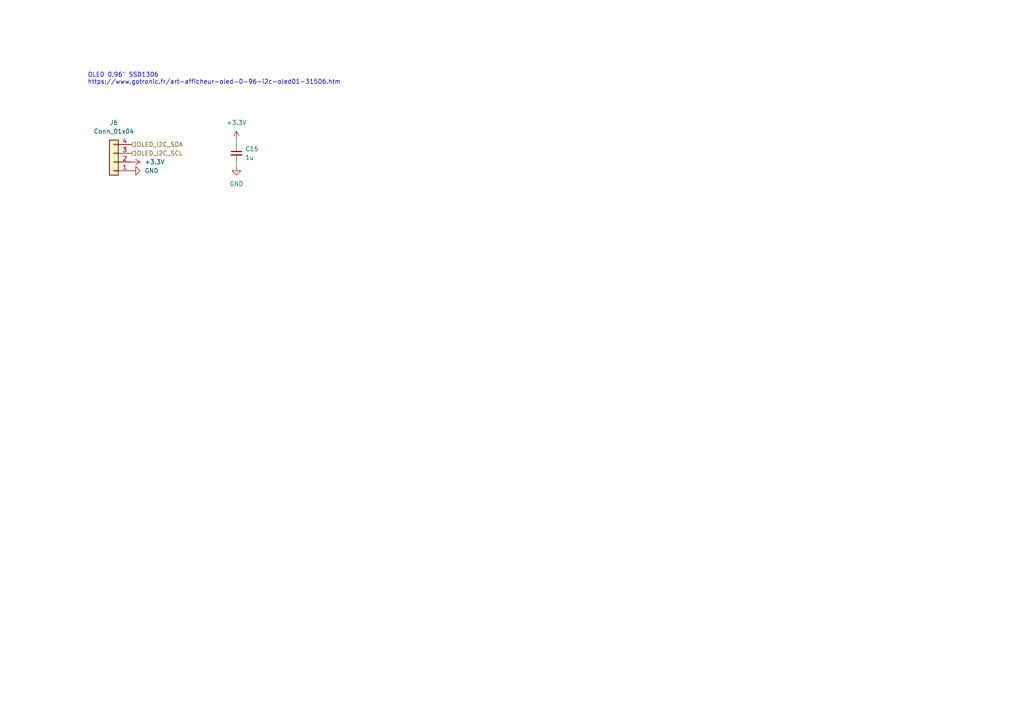
<source format=kicad_sch>
(kicad_sch (version 20231120) (generator "eeschema") (generator_version "8.0")
  (paper "A4")
  (lib_symbols
    (symbol "Connector_Generic:Conn_01x04" (pin_names (offset 1.016) hide)
      (property "Reference" "J" (at 0 5.08 0))
      (property "Value" "Conn_01x04" (at 0 -7.62 0))
      (symbol "Conn_01x04_1_1"
        (rectangle (start -1.27 -4.953) (end 0 -5.207) (stroke (width 0.1524)))
        (rectangle (start -1.27 -2.413) (end 0 -2.667) (stroke (width 0.1524)))
        (rectangle (start -1.27 0.127) (end 0 -0.127) (stroke (width 0.1524)))
        (rectangle (start -1.27 2.667) (end 0 2.413) (stroke (width 0.1524)))
        (rectangle (start -1.27 3.81) (end 1.27 -6.35) (stroke (width 0.254)) (fill (type background)))
        (pin passive line (at -5.08 2.54 0) (length 3.81) (name "Pin_1") (number "1"))
        (pin passive line (at -5.08 0 0) (length 3.81) (name "Pin_2") (number "2"))
        (pin passive line (at -5.08 -2.54 0) (length 3.81) (name "Pin_3") (number "3"))
        (pin passive line (at -5.08 -5.08 0) (length 3.81) (name "Pin_4") (number "4"))
      )
    )
    (symbol "Device:C_Small" (pin_numbers hide) (pin_names (offset 0.254) hide)
      (property "Reference" "C" (at 0.254 1.778 0))
      (property "Value" "C_Small" (at 0.254 -2.032 0))
      (symbol "C_Small_0_1"
        (polyline (pts (xy -1.524 -0.508) (xy 1.524 -0.508)) (stroke (width 0.3302)))
        (polyline (pts (xy -1.524 0.508) (xy 1.524 0.508)) (stroke (width 0.3048)))
      )
      (symbol "C_Small_1_1"
        (pin passive line (at 0 2.54 270) (length 2.032) (name "~") (number "1"))
        (pin passive line (at 0 -2.54 90) (length 2.032) (name "~") (number "2"))
      )
    )
    (symbol "power:+3.3V" (power) (pin_numbers hide) (pin_names (offset 0) hide)
      (property "Value" "+3.3V" (at 0 3.556 0))
      (symbol "+3.3V_0_1"
        (polyline (pts (xy -0.762 1.27) (xy 0 2.54)))
        (polyline (pts (xy 0 0) (xy 0 2.54)))
        (polyline (pts (xy 0 2.54) (xy 0.762 1.27)))
      )
      (symbol "+3.3V_1_1"
        (pin power_in line (at 0 0 90) (length 0) (name "~") (number "1"))
      )
    )
    (symbol "power:GND" (power) (pin_numbers hide) (pin_names (offset 0) hide)
      (property "Value" "GND" (at 0 -3.81 0))
      (symbol "GND_0_1"
        (polyline (pts (xy 0 0) (xy 0 -1.27) (xy 1.27 -1.27) (xy 0 -2.54) (xy -1.27 -1.27) (xy 0 -1.27)))
      )
      (symbol "GND_1_1"
        (pin power_in line (at 0 0 270) (length 0) (name "~") (number "1"))
      )
    )
  )
  (wire (pts (xy 68.58 46.99) (xy 68.58 48.26)))
  (wire (pts (xy 68.58 40.64) (xy 68.58 41.91)))
  (text "OLED 0.96\" SSD1306\nhttps://www.gotronic.fr/art-afficheur-oled-0-96-i2c-oled01-31506.htm" (at 25.4 22.86 0) (effects (font (size 1.27 1.27)) (justify left)))
  (hierarchical_label "OLED_I2C_SDA" (shape input) (at 38.1 41.91 0))
  (hierarchical_label "OLED_I2C_SCL" (shape input) (at 38.1 44.45 0))
  (symbol (lib_id "power:+3.3V") (at 38.1 46.99 270) (unit 1)
    (property "Reference" "#PWR048" (effects (hide yes)))
    (property "Value" "+3.3V" (at 41.91 46.9899 90) (effects (justify left)))
    (property "Description" "Power symbol creates a global label with name \"+3.3V\"" (effects (hide yes)))
  )
  (symbol (lib_id "power:GND") (at 68.58 48.26 0) (unit 1)
    (property "Reference" "#PWR051" (effects (hide yes)))
    (property "Value" "GND" (at 68.58 53.34 0))
    (property "Description" "Power symbol creates a global label with name \"GND\" , ground" (effects (hide yes)))
  )
  (symbol (lib_id "power:+3.3V") (at 68.58 40.64 0) (unit 1)
    (property "Reference" "#PWR050" (effects (hide yes)))
    (property "Value" "+3.3V" (at 68.58 35.56 0))
    (property "Description" "Power symbol creates a global label with name \"+3.3V\"" (effects (hide yes)))
  )
  (symbol (lib_id "Device:C_Small") (at 68.58 44.45 0) (unit 1)
    (property "Reference" "C15" (at 71.12 43.1862 0) (effects (justify left)))
    (property "Value" "1u" (at 71.12 45.7262 0) (effects (justify left)))
    (property "Description" "Unpolarized capacitor, small symbol" (effects (hide yes)))
  )
  (symbol (lib_id "power:GND") (at 38.1 49.53 90) (unit 1)
    (property "Reference" "#PWR047" (effects (hide yes)))
    (property "Value" "GND" (at 41.91 49.5299 90) (effects (justify right)))
    (property "Description" "Power symbol creates a global label with name \"GND\" , ground" (effects (hide yes)))
  )
  (symbol (lib_id "Connector_Generic:Conn_01x04") (at 33.02 46.99 180) (unit 1)
    (property "Reference" "J6" (at 33.02 35.56 0))
    (property "Value" "Conn_01x04" (at 33.02 38.1 0))
    (property "Description" "Generic connector, single row, 01x04, script generated (kicad-library-utils/schlib/autogen/connector/)" (effects (hide yes)))
  )
)
</source>
